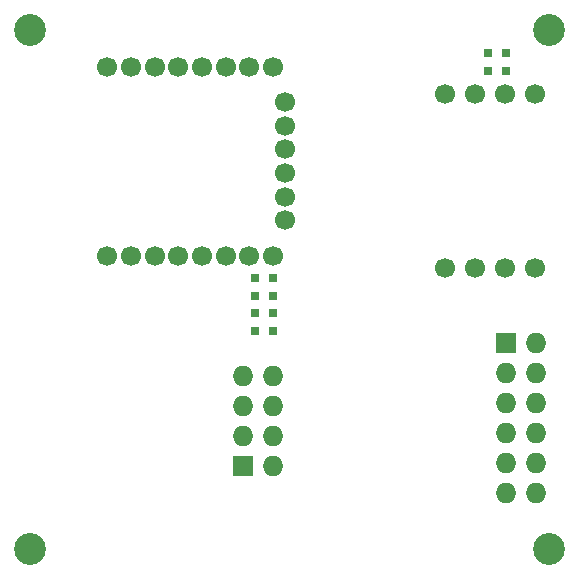
<source format=gts>
G04 #@! TF.FileFunction,Soldermask,Top*
%FSLAX46Y46*%
G04 Gerber Fmt 4.6, Leading zero omitted, Abs format (unit mm)*
G04 Created by KiCad (PCBNEW (2016-06-01 BZR 6870, Git 0ccd3bb)-product) date 06/04/16 15:12:46*
%MOMM*%
%LPD*%
G01*
G04 APERTURE LIST*
%ADD10C,0.150000*%
%ADD11C,1.700000*%
%ADD12C,2.700000*%
%ADD13R,0.750000X0.800000*%
%ADD14R,1.727200X1.727200*%
%ADD15O,1.727200X1.727200*%
G04 APERTURE END LIST*
D10*
D11*
X39575500Y-34147500D03*
X24575500Y-37147500D03*
X38575500Y-21147500D03*
X26575500Y-37147500D03*
X28575500Y-37147500D03*
X30575500Y-37147500D03*
X32575500Y-37147500D03*
X34575500Y-37147500D03*
X36575500Y-37147500D03*
X38575500Y-37147500D03*
X36575500Y-21147500D03*
X34575500Y-21147500D03*
X32575500Y-21147500D03*
X30575500Y-21147500D03*
X28575500Y-21147500D03*
X26575500Y-21147500D03*
X24575500Y-21147500D03*
X39575500Y-32147500D03*
X39575500Y-30147500D03*
X39575500Y-28147500D03*
X39575500Y-26147500D03*
X39575500Y-24147500D03*
X53123500Y-23447500D03*
X53123500Y-38147500D03*
X55663500Y-38147500D03*
X58203500Y-38147500D03*
X60743500Y-38147500D03*
X55663500Y-23447500D03*
X58203500Y-23447500D03*
X60743500Y-23447500D03*
D12*
X18000000Y-18000000D03*
X18000000Y-62000000D03*
X62000000Y-62000000D03*
D13*
X38608000Y-43485500D03*
X38608000Y-41985500D03*
X37084000Y-43497500D03*
X37084000Y-41997500D03*
X37084000Y-39052500D03*
X37084000Y-40552500D03*
X38608000Y-39064500D03*
X38608000Y-40564500D03*
X58293000Y-21514500D03*
X58293000Y-20014500D03*
X56769000Y-21514500D03*
X56769000Y-20014500D03*
D14*
X58356500Y-44577000D03*
D15*
X60896500Y-44577000D03*
X58356500Y-47117000D03*
X60896500Y-47117000D03*
X58356500Y-49657000D03*
X60896500Y-49657000D03*
X58356500Y-52197000D03*
X60896500Y-52197000D03*
X58356500Y-54737000D03*
X60896500Y-54737000D03*
X58356500Y-57277000D03*
X60896500Y-57277000D03*
D12*
X62000000Y-18000000D03*
D14*
X36068000Y-54991000D03*
D15*
X38608000Y-54991000D03*
X36068000Y-52451000D03*
X38608000Y-52451000D03*
X36068000Y-49911000D03*
X38608000Y-49911000D03*
X36068000Y-47371000D03*
X38608000Y-47371000D03*
M02*

</source>
